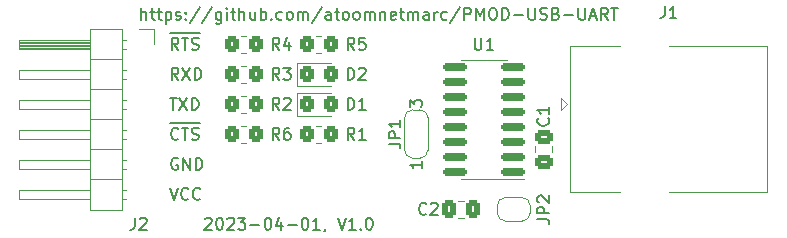
<source format=gto>
G04 #@! TF.GenerationSoftware,KiCad,Pcbnew,7.0.1*
G04 #@! TF.CreationDate,2023-04-01T18:17:03+02:00*
G04 #@! TF.ProjectId,PMOD USB UART,504d4f44-2055-4534-9220-554152542e6b,V1.0*
G04 #@! TF.SameCoordinates,Original*
G04 #@! TF.FileFunction,Legend,Top*
G04 #@! TF.FilePolarity,Positive*
%FSLAX46Y46*%
G04 Gerber Fmt 4.6, Leading zero omitted, Abs format (unit mm)*
G04 Created by KiCad (PCBNEW 7.0.1) date 2023-04-01 18:17:03*
%MOMM*%
%LPD*%
G01*
G04 APERTURE LIST*
G04 Aperture macros list*
%AMRoundRect*
0 Rectangle with rounded corners*
0 $1 Rounding radius*
0 $2 $3 $4 $5 $6 $7 $8 $9 X,Y pos of 4 corners*
0 Add a 4 corners polygon primitive as box body*
4,1,4,$2,$3,$4,$5,$6,$7,$8,$9,$2,$3,0*
0 Add four circle primitives for the rounded corners*
1,1,$1+$1,$2,$3*
1,1,$1+$1,$4,$5*
1,1,$1+$1,$6,$7*
1,1,$1+$1,$8,$9*
0 Add four rect primitives between the rounded corners*
20,1,$1+$1,$2,$3,$4,$5,0*
20,1,$1+$1,$4,$5,$6,$7,0*
20,1,$1+$1,$6,$7,$8,$9,0*
20,1,$1+$1,$8,$9,$2,$3,0*%
%AMFreePoly0*
4,1,19,0.550000,-0.750000,0.000000,-0.750000,0.000000,-0.744911,-0.071157,-0.744911,-0.207708,-0.704816,-0.327430,-0.627875,-0.420627,-0.520320,-0.479746,-0.390866,-0.500000,-0.250000,-0.500000,0.250000,-0.479746,0.390866,-0.420627,0.520320,-0.327430,0.627875,-0.207708,0.704816,-0.071157,0.744911,0.000000,0.744911,0.000000,0.750000,0.550000,0.750000,0.550000,-0.750000,0.550000,-0.750000,
$1*%
%AMFreePoly1*
4,1,19,0.000000,0.744911,0.071157,0.744911,0.207708,0.704816,0.327430,0.627875,0.420627,0.520320,0.479746,0.390866,0.500000,0.250000,0.500000,-0.250000,0.479746,-0.390866,0.420627,-0.520320,0.327430,-0.627875,0.207708,-0.704816,0.071157,-0.744911,0.000000,-0.744911,0.000000,-0.750000,-0.550000,-0.750000,-0.550000,0.750000,0.000000,0.750000,0.000000,0.744911,0.000000,0.744911,
$1*%
%AMFreePoly2*
4,1,19,0.500000,-0.750000,0.000000,-0.750000,0.000000,-0.744911,-0.071157,-0.744911,-0.207708,-0.704816,-0.327430,-0.627875,-0.420627,-0.520320,-0.479746,-0.390866,-0.500000,-0.250000,-0.500000,0.250000,-0.479746,0.390866,-0.420627,0.520320,-0.327430,0.627875,-0.207708,0.704816,-0.071157,0.744911,0.000000,0.744911,0.000000,0.750000,0.500000,0.750000,0.500000,-0.750000,0.500000,-0.750000,
$1*%
%AMFreePoly3*
4,1,19,0.000000,0.744911,0.071157,0.744911,0.207708,0.704816,0.327430,0.627875,0.420627,0.520320,0.479746,0.390866,0.500000,0.250000,0.500000,-0.250000,0.479746,-0.390866,0.420627,-0.520320,0.327430,-0.627875,0.207708,-0.704816,0.071157,-0.744911,0.000000,-0.744911,0.000000,-0.750000,-0.500000,-0.750000,-0.500000,0.750000,0.000000,0.750000,0.000000,0.744911,0.000000,0.744911,
$1*%
G04 Aperture macros list end*
%ADD10C,0.150000*%
%ADD11C,0.120000*%
%ADD12RoundRect,0.250000X0.350000X0.450000X-0.350000X0.450000X-0.350000X-0.450000X0.350000X-0.450000X0*%
%ADD13RoundRect,0.150000X0.825000X0.150000X-0.825000X0.150000X-0.825000X-0.150000X0.825000X-0.150000X0*%
%ADD14R,1.700000X1.700000*%
%ADD15O,1.700000X1.700000*%
%ADD16RoundRect,0.250000X-0.325000X-0.450000X0.325000X-0.450000X0.325000X0.450000X-0.325000X0.450000X0*%
%ADD17RoundRect,0.250000X0.337500X0.475000X-0.337500X0.475000X-0.337500X-0.475000X0.337500X-0.475000X0*%
%ADD18C,1.700000*%
%ADD19C,3.500000*%
%ADD20RoundRect,0.250000X-0.350000X-0.450000X0.350000X-0.450000X0.350000X0.450000X-0.350000X0.450000X0*%
%ADD21FreePoly0,90.000000*%
%ADD22R,1.500000X1.000000*%
%ADD23FreePoly1,90.000000*%
%ADD24RoundRect,0.250000X-0.475000X0.337500X-0.475000X-0.337500X0.475000X-0.337500X0.475000X0.337500X0*%
%ADD25FreePoly2,180.000000*%
%ADD26FreePoly3,180.000000*%
G04 APERTURE END LIST*
D10*
X104235238Y-106142619D02*
X104806666Y-106142619D01*
X104520952Y-107142619D02*
X104520952Y-106142619D01*
X105044762Y-106142619D02*
X105711428Y-107142619D01*
X105711428Y-106142619D02*
X105044762Y-107142619D01*
X106092381Y-107142619D02*
X106092381Y-106142619D01*
X106092381Y-106142619D02*
X106330476Y-106142619D01*
X106330476Y-106142619D02*
X106473333Y-106190238D01*
X106473333Y-106190238D02*
X106568571Y-106285476D01*
X106568571Y-106285476D02*
X106616190Y-106380714D01*
X106616190Y-106380714D02*
X106663809Y-106571190D01*
X106663809Y-106571190D02*
X106663809Y-106714047D01*
X106663809Y-106714047D02*
X106616190Y-106904523D01*
X106616190Y-106904523D02*
X106568571Y-106999761D01*
X106568571Y-106999761D02*
X106473333Y-107095000D01*
X106473333Y-107095000D02*
X106330476Y-107142619D01*
X106330476Y-107142619D02*
X106092381Y-107142619D01*
X107204762Y-116397857D02*
X107252381Y-116350238D01*
X107252381Y-116350238D02*
X107347619Y-116302619D01*
X107347619Y-116302619D02*
X107585714Y-116302619D01*
X107585714Y-116302619D02*
X107680952Y-116350238D01*
X107680952Y-116350238D02*
X107728571Y-116397857D01*
X107728571Y-116397857D02*
X107776190Y-116493095D01*
X107776190Y-116493095D02*
X107776190Y-116588333D01*
X107776190Y-116588333D02*
X107728571Y-116731190D01*
X107728571Y-116731190D02*
X107157143Y-117302619D01*
X107157143Y-117302619D02*
X107776190Y-117302619D01*
X108395238Y-116302619D02*
X108490476Y-116302619D01*
X108490476Y-116302619D02*
X108585714Y-116350238D01*
X108585714Y-116350238D02*
X108633333Y-116397857D01*
X108633333Y-116397857D02*
X108680952Y-116493095D01*
X108680952Y-116493095D02*
X108728571Y-116683571D01*
X108728571Y-116683571D02*
X108728571Y-116921666D01*
X108728571Y-116921666D02*
X108680952Y-117112142D01*
X108680952Y-117112142D02*
X108633333Y-117207380D01*
X108633333Y-117207380D02*
X108585714Y-117255000D01*
X108585714Y-117255000D02*
X108490476Y-117302619D01*
X108490476Y-117302619D02*
X108395238Y-117302619D01*
X108395238Y-117302619D02*
X108300000Y-117255000D01*
X108300000Y-117255000D02*
X108252381Y-117207380D01*
X108252381Y-117207380D02*
X108204762Y-117112142D01*
X108204762Y-117112142D02*
X108157143Y-116921666D01*
X108157143Y-116921666D02*
X108157143Y-116683571D01*
X108157143Y-116683571D02*
X108204762Y-116493095D01*
X108204762Y-116493095D02*
X108252381Y-116397857D01*
X108252381Y-116397857D02*
X108300000Y-116350238D01*
X108300000Y-116350238D02*
X108395238Y-116302619D01*
X109109524Y-116397857D02*
X109157143Y-116350238D01*
X109157143Y-116350238D02*
X109252381Y-116302619D01*
X109252381Y-116302619D02*
X109490476Y-116302619D01*
X109490476Y-116302619D02*
X109585714Y-116350238D01*
X109585714Y-116350238D02*
X109633333Y-116397857D01*
X109633333Y-116397857D02*
X109680952Y-116493095D01*
X109680952Y-116493095D02*
X109680952Y-116588333D01*
X109680952Y-116588333D02*
X109633333Y-116731190D01*
X109633333Y-116731190D02*
X109061905Y-117302619D01*
X109061905Y-117302619D02*
X109680952Y-117302619D01*
X110014286Y-116302619D02*
X110633333Y-116302619D01*
X110633333Y-116302619D02*
X110300000Y-116683571D01*
X110300000Y-116683571D02*
X110442857Y-116683571D01*
X110442857Y-116683571D02*
X110538095Y-116731190D01*
X110538095Y-116731190D02*
X110585714Y-116778809D01*
X110585714Y-116778809D02*
X110633333Y-116874047D01*
X110633333Y-116874047D02*
X110633333Y-117112142D01*
X110633333Y-117112142D02*
X110585714Y-117207380D01*
X110585714Y-117207380D02*
X110538095Y-117255000D01*
X110538095Y-117255000D02*
X110442857Y-117302619D01*
X110442857Y-117302619D02*
X110157143Y-117302619D01*
X110157143Y-117302619D02*
X110061905Y-117255000D01*
X110061905Y-117255000D02*
X110014286Y-117207380D01*
X111061905Y-116921666D02*
X111823810Y-116921666D01*
X112490476Y-116302619D02*
X112585714Y-116302619D01*
X112585714Y-116302619D02*
X112680952Y-116350238D01*
X112680952Y-116350238D02*
X112728571Y-116397857D01*
X112728571Y-116397857D02*
X112776190Y-116493095D01*
X112776190Y-116493095D02*
X112823809Y-116683571D01*
X112823809Y-116683571D02*
X112823809Y-116921666D01*
X112823809Y-116921666D02*
X112776190Y-117112142D01*
X112776190Y-117112142D02*
X112728571Y-117207380D01*
X112728571Y-117207380D02*
X112680952Y-117255000D01*
X112680952Y-117255000D02*
X112585714Y-117302619D01*
X112585714Y-117302619D02*
X112490476Y-117302619D01*
X112490476Y-117302619D02*
X112395238Y-117255000D01*
X112395238Y-117255000D02*
X112347619Y-117207380D01*
X112347619Y-117207380D02*
X112300000Y-117112142D01*
X112300000Y-117112142D02*
X112252381Y-116921666D01*
X112252381Y-116921666D02*
X112252381Y-116683571D01*
X112252381Y-116683571D02*
X112300000Y-116493095D01*
X112300000Y-116493095D02*
X112347619Y-116397857D01*
X112347619Y-116397857D02*
X112395238Y-116350238D01*
X112395238Y-116350238D02*
X112490476Y-116302619D01*
X113680952Y-116635952D02*
X113680952Y-117302619D01*
X113442857Y-116255000D02*
X113204762Y-116969285D01*
X113204762Y-116969285D02*
X113823809Y-116969285D01*
X114204762Y-116921666D02*
X114966667Y-116921666D01*
X115633333Y-116302619D02*
X115728571Y-116302619D01*
X115728571Y-116302619D02*
X115823809Y-116350238D01*
X115823809Y-116350238D02*
X115871428Y-116397857D01*
X115871428Y-116397857D02*
X115919047Y-116493095D01*
X115919047Y-116493095D02*
X115966666Y-116683571D01*
X115966666Y-116683571D02*
X115966666Y-116921666D01*
X115966666Y-116921666D02*
X115919047Y-117112142D01*
X115919047Y-117112142D02*
X115871428Y-117207380D01*
X115871428Y-117207380D02*
X115823809Y-117255000D01*
X115823809Y-117255000D02*
X115728571Y-117302619D01*
X115728571Y-117302619D02*
X115633333Y-117302619D01*
X115633333Y-117302619D02*
X115538095Y-117255000D01*
X115538095Y-117255000D02*
X115490476Y-117207380D01*
X115490476Y-117207380D02*
X115442857Y-117112142D01*
X115442857Y-117112142D02*
X115395238Y-116921666D01*
X115395238Y-116921666D02*
X115395238Y-116683571D01*
X115395238Y-116683571D02*
X115442857Y-116493095D01*
X115442857Y-116493095D02*
X115490476Y-116397857D01*
X115490476Y-116397857D02*
X115538095Y-116350238D01*
X115538095Y-116350238D02*
X115633333Y-116302619D01*
X116919047Y-117302619D02*
X116347619Y-117302619D01*
X116633333Y-117302619D02*
X116633333Y-116302619D01*
X116633333Y-116302619D02*
X116538095Y-116445476D01*
X116538095Y-116445476D02*
X116442857Y-116540714D01*
X116442857Y-116540714D02*
X116347619Y-116588333D01*
X117395238Y-117255000D02*
X117395238Y-117302619D01*
X117395238Y-117302619D02*
X117347619Y-117397857D01*
X117347619Y-117397857D02*
X117300000Y-117445476D01*
X118442857Y-116302619D02*
X118776190Y-117302619D01*
X118776190Y-117302619D02*
X119109523Y-116302619D01*
X119966666Y-117302619D02*
X119395238Y-117302619D01*
X119680952Y-117302619D02*
X119680952Y-116302619D01*
X119680952Y-116302619D02*
X119585714Y-116445476D01*
X119585714Y-116445476D02*
X119490476Y-116540714D01*
X119490476Y-116540714D02*
X119395238Y-116588333D01*
X120395238Y-117207380D02*
X120442857Y-117255000D01*
X120442857Y-117255000D02*
X120395238Y-117302619D01*
X120395238Y-117302619D02*
X120347619Y-117255000D01*
X120347619Y-117255000D02*
X120395238Y-117207380D01*
X120395238Y-117207380D02*
X120395238Y-117302619D01*
X121061904Y-116302619D02*
X121157142Y-116302619D01*
X121157142Y-116302619D02*
X121252380Y-116350238D01*
X121252380Y-116350238D02*
X121299999Y-116397857D01*
X121299999Y-116397857D02*
X121347618Y-116493095D01*
X121347618Y-116493095D02*
X121395237Y-116683571D01*
X121395237Y-116683571D02*
X121395237Y-116921666D01*
X121395237Y-116921666D02*
X121347618Y-117112142D01*
X121347618Y-117112142D02*
X121299999Y-117207380D01*
X121299999Y-117207380D02*
X121252380Y-117255000D01*
X121252380Y-117255000D02*
X121157142Y-117302619D01*
X121157142Y-117302619D02*
X121061904Y-117302619D01*
X121061904Y-117302619D02*
X120966666Y-117255000D01*
X120966666Y-117255000D02*
X120919047Y-117207380D01*
X120919047Y-117207380D02*
X120871428Y-117112142D01*
X120871428Y-117112142D02*
X120823809Y-116921666D01*
X120823809Y-116921666D02*
X120823809Y-116683571D01*
X120823809Y-116683571D02*
X120871428Y-116493095D01*
X120871428Y-116493095D02*
X120919047Y-116397857D01*
X120919047Y-116397857D02*
X120966666Y-116350238D01*
X120966666Y-116350238D02*
X121061904Y-116302619D01*
X104949523Y-102062619D02*
X104616190Y-101586428D01*
X104378095Y-102062619D02*
X104378095Y-101062619D01*
X104378095Y-101062619D02*
X104759047Y-101062619D01*
X104759047Y-101062619D02*
X104854285Y-101110238D01*
X104854285Y-101110238D02*
X104901904Y-101157857D01*
X104901904Y-101157857D02*
X104949523Y-101253095D01*
X104949523Y-101253095D02*
X104949523Y-101395952D01*
X104949523Y-101395952D02*
X104901904Y-101491190D01*
X104901904Y-101491190D02*
X104854285Y-101538809D01*
X104854285Y-101538809D02*
X104759047Y-101586428D01*
X104759047Y-101586428D02*
X104378095Y-101586428D01*
X105235238Y-101062619D02*
X105806666Y-101062619D01*
X105520952Y-102062619D02*
X105520952Y-101062619D01*
X106092381Y-102015000D02*
X106235238Y-102062619D01*
X106235238Y-102062619D02*
X106473333Y-102062619D01*
X106473333Y-102062619D02*
X106568571Y-102015000D01*
X106568571Y-102015000D02*
X106616190Y-101967380D01*
X106616190Y-101967380D02*
X106663809Y-101872142D01*
X106663809Y-101872142D02*
X106663809Y-101776904D01*
X106663809Y-101776904D02*
X106616190Y-101681666D01*
X106616190Y-101681666D02*
X106568571Y-101634047D01*
X106568571Y-101634047D02*
X106473333Y-101586428D01*
X106473333Y-101586428D02*
X106282857Y-101538809D01*
X106282857Y-101538809D02*
X106187619Y-101491190D01*
X106187619Y-101491190D02*
X106140000Y-101443571D01*
X106140000Y-101443571D02*
X106092381Y-101348333D01*
X106092381Y-101348333D02*
X106092381Y-101253095D01*
X106092381Y-101253095D02*
X106140000Y-101157857D01*
X106140000Y-101157857D02*
X106187619Y-101110238D01*
X106187619Y-101110238D02*
X106282857Y-101062619D01*
X106282857Y-101062619D02*
X106520952Y-101062619D01*
X106520952Y-101062619D02*
X106663809Y-101110238D01*
X104240000Y-100615000D02*
X106754286Y-100615000D01*
X101824761Y-99522619D02*
X101824761Y-98522619D01*
X102253332Y-99522619D02*
X102253332Y-98998809D01*
X102253332Y-98998809D02*
X102205713Y-98903571D01*
X102205713Y-98903571D02*
X102110475Y-98855952D01*
X102110475Y-98855952D02*
X101967618Y-98855952D01*
X101967618Y-98855952D02*
X101872380Y-98903571D01*
X101872380Y-98903571D02*
X101824761Y-98951190D01*
X102586666Y-98855952D02*
X102967618Y-98855952D01*
X102729523Y-98522619D02*
X102729523Y-99379761D01*
X102729523Y-99379761D02*
X102777142Y-99475000D01*
X102777142Y-99475000D02*
X102872380Y-99522619D01*
X102872380Y-99522619D02*
X102967618Y-99522619D01*
X103158095Y-98855952D02*
X103539047Y-98855952D01*
X103300952Y-98522619D02*
X103300952Y-99379761D01*
X103300952Y-99379761D02*
X103348571Y-99475000D01*
X103348571Y-99475000D02*
X103443809Y-99522619D01*
X103443809Y-99522619D02*
X103539047Y-99522619D01*
X103872381Y-98855952D02*
X103872381Y-99855952D01*
X103872381Y-98903571D02*
X103967619Y-98855952D01*
X103967619Y-98855952D02*
X104158095Y-98855952D01*
X104158095Y-98855952D02*
X104253333Y-98903571D01*
X104253333Y-98903571D02*
X104300952Y-98951190D01*
X104300952Y-98951190D02*
X104348571Y-99046428D01*
X104348571Y-99046428D02*
X104348571Y-99332142D01*
X104348571Y-99332142D02*
X104300952Y-99427380D01*
X104300952Y-99427380D02*
X104253333Y-99475000D01*
X104253333Y-99475000D02*
X104158095Y-99522619D01*
X104158095Y-99522619D02*
X103967619Y-99522619D01*
X103967619Y-99522619D02*
X103872381Y-99475000D01*
X104729524Y-99475000D02*
X104824762Y-99522619D01*
X104824762Y-99522619D02*
X105015238Y-99522619D01*
X105015238Y-99522619D02*
X105110476Y-99475000D01*
X105110476Y-99475000D02*
X105158095Y-99379761D01*
X105158095Y-99379761D02*
X105158095Y-99332142D01*
X105158095Y-99332142D02*
X105110476Y-99236904D01*
X105110476Y-99236904D02*
X105015238Y-99189285D01*
X105015238Y-99189285D02*
X104872381Y-99189285D01*
X104872381Y-99189285D02*
X104777143Y-99141666D01*
X104777143Y-99141666D02*
X104729524Y-99046428D01*
X104729524Y-99046428D02*
X104729524Y-98998809D01*
X104729524Y-98998809D02*
X104777143Y-98903571D01*
X104777143Y-98903571D02*
X104872381Y-98855952D01*
X104872381Y-98855952D02*
X105015238Y-98855952D01*
X105015238Y-98855952D02*
X105110476Y-98903571D01*
X105586667Y-99427380D02*
X105634286Y-99475000D01*
X105634286Y-99475000D02*
X105586667Y-99522619D01*
X105586667Y-99522619D02*
X105539048Y-99475000D01*
X105539048Y-99475000D02*
X105586667Y-99427380D01*
X105586667Y-99427380D02*
X105586667Y-99522619D01*
X105586667Y-98903571D02*
X105634286Y-98951190D01*
X105634286Y-98951190D02*
X105586667Y-98998809D01*
X105586667Y-98998809D02*
X105539048Y-98951190D01*
X105539048Y-98951190D02*
X105586667Y-98903571D01*
X105586667Y-98903571D02*
X105586667Y-98998809D01*
X106777142Y-98475000D02*
X105920000Y-99760714D01*
X107824761Y-98475000D02*
X106967619Y-99760714D01*
X108586666Y-98855952D02*
X108586666Y-99665476D01*
X108586666Y-99665476D02*
X108539047Y-99760714D01*
X108539047Y-99760714D02*
X108491428Y-99808333D01*
X108491428Y-99808333D02*
X108396190Y-99855952D01*
X108396190Y-99855952D02*
X108253333Y-99855952D01*
X108253333Y-99855952D02*
X108158095Y-99808333D01*
X108586666Y-99475000D02*
X108491428Y-99522619D01*
X108491428Y-99522619D02*
X108300952Y-99522619D01*
X108300952Y-99522619D02*
X108205714Y-99475000D01*
X108205714Y-99475000D02*
X108158095Y-99427380D01*
X108158095Y-99427380D02*
X108110476Y-99332142D01*
X108110476Y-99332142D02*
X108110476Y-99046428D01*
X108110476Y-99046428D02*
X108158095Y-98951190D01*
X108158095Y-98951190D02*
X108205714Y-98903571D01*
X108205714Y-98903571D02*
X108300952Y-98855952D01*
X108300952Y-98855952D02*
X108491428Y-98855952D01*
X108491428Y-98855952D02*
X108586666Y-98903571D01*
X109062857Y-99522619D02*
X109062857Y-98855952D01*
X109062857Y-98522619D02*
X109015238Y-98570238D01*
X109015238Y-98570238D02*
X109062857Y-98617857D01*
X109062857Y-98617857D02*
X109110476Y-98570238D01*
X109110476Y-98570238D02*
X109062857Y-98522619D01*
X109062857Y-98522619D02*
X109062857Y-98617857D01*
X109396190Y-98855952D02*
X109777142Y-98855952D01*
X109539047Y-98522619D02*
X109539047Y-99379761D01*
X109539047Y-99379761D02*
X109586666Y-99475000D01*
X109586666Y-99475000D02*
X109681904Y-99522619D01*
X109681904Y-99522619D02*
X109777142Y-99522619D01*
X110110476Y-99522619D02*
X110110476Y-98522619D01*
X110539047Y-99522619D02*
X110539047Y-98998809D01*
X110539047Y-98998809D02*
X110491428Y-98903571D01*
X110491428Y-98903571D02*
X110396190Y-98855952D01*
X110396190Y-98855952D02*
X110253333Y-98855952D01*
X110253333Y-98855952D02*
X110158095Y-98903571D01*
X110158095Y-98903571D02*
X110110476Y-98951190D01*
X111443809Y-98855952D02*
X111443809Y-99522619D01*
X111015238Y-98855952D02*
X111015238Y-99379761D01*
X111015238Y-99379761D02*
X111062857Y-99475000D01*
X111062857Y-99475000D02*
X111158095Y-99522619D01*
X111158095Y-99522619D02*
X111300952Y-99522619D01*
X111300952Y-99522619D02*
X111396190Y-99475000D01*
X111396190Y-99475000D02*
X111443809Y-99427380D01*
X111920000Y-99522619D02*
X111920000Y-98522619D01*
X111920000Y-98903571D02*
X112015238Y-98855952D01*
X112015238Y-98855952D02*
X112205714Y-98855952D01*
X112205714Y-98855952D02*
X112300952Y-98903571D01*
X112300952Y-98903571D02*
X112348571Y-98951190D01*
X112348571Y-98951190D02*
X112396190Y-99046428D01*
X112396190Y-99046428D02*
X112396190Y-99332142D01*
X112396190Y-99332142D02*
X112348571Y-99427380D01*
X112348571Y-99427380D02*
X112300952Y-99475000D01*
X112300952Y-99475000D02*
X112205714Y-99522619D01*
X112205714Y-99522619D02*
X112015238Y-99522619D01*
X112015238Y-99522619D02*
X111920000Y-99475000D01*
X112824762Y-99427380D02*
X112872381Y-99475000D01*
X112872381Y-99475000D02*
X112824762Y-99522619D01*
X112824762Y-99522619D02*
X112777143Y-99475000D01*
X112777143Y-99475000D02*
X112824762Y-99427380D01*
X112824762Y-99427380D02*
X112824762Y-99522619D01*
X113729523Y-99475000D02*
X113634285Y-99522619D01*
X113634285Y-99522619D02*
X113443809Y-99522619D01*
X113443809Y-99522619D02*
X113348571Y-99475000D01*
X113348571Y-99475000D02*
X113300952Y-99427380D01*
X113300952Y-99427380D02*
X113253333Y-99332142D01*
X113253333Y-99332142D02*
X113253333Y-99046428D01*
X113253333Y-99046428D02*
X113300952Y-98951190D01*
X113300952Y-98951190D02*
X113348571Y-98903571D01*
X113348571Y-98903571D02*
X113443809Y-98855952D01*
X113443809Y-98855952D02*
X113634285Y-98855952D01*
X113634285Y-98855952D02*
X113729523Y-98903571D01*
X114300952Y-99522619D02*
X114205714Y-99475000D01*
X114205714Y-99475000D02*
X114158095Y-99427380D01*
X114158095Y-99427380D02*
X114110476Y-99332142D01*
X114110476Y-99332142D02*
X114110476Y-99046428D01*
X114110476Y-99046428D02*
X114158095Y-98951190D01*
X114158095Y-98951190D02*
X114205714Y-98903571D01*
X114205714Y-98903571D02*
X114300952Y-98855952D01*
X114300952Y-98855952D02*
X114443809Y-98855952D01*
X114443809Y-98855952D02*
X114539047Y-98903571D01*
X114539047Y-98903571D02*
X114586666Y-98951190D01*
X114586666Y-98951190D02*
X114634285Y-99046428D01*
X114634285Y-99046428D02*
X114634285Y-99332142D01*
X114634285Y-99332142D02*
X114586666Y-99427380D01*
X114586666Y-99427380D02*
X114539047Y-99475000D01*
X114539047Y-99475000D02*
X114443809Y-99522619D01*
X114443809Y-99522619D02*
X114300952Y-99522619D01*
X115062857Y-99522619D02*
X115062857Y-98855952D01*
X115062857Y-98951190D02*
X115110476Y-98903571D01*
X115110476Y-98903571D02*
X115205714Y-98855952D01*
X115205714Y-98855952D02*
X115348571Y-98855952D01*
X115348571Y-98855952D02*
X115443809Y-98903571D01*
X115443809Y-98903571D02*
X115491428Y-98998809D01*
X115491428Y-98998809D02*
X115491428Y-99522619D01*
X115491428Y-98998809D02*
X115539047Y-98903571D01*
X115539047Y-98903571D02*
X115634285Y-98855952D01*
X115634285Y-98855952D02*
X115777142Y-98855952D01*
X115777142Y-98855952D02*
X115872381Y-98903571D01*
X115872381Y-98903571D02*
X115920000Y-98998809D01*
X115920000Y-98998809D02*
X115920000Y-99522619D01*
X117110475Y-98475000D02*
X116253333Y-99760714D01*
X117872380Y-99522619D02*
X117872380Y-98998809D01*
X117872380Y-98998809D02*
X117824761Y-98903571D01*
X117824761Y-98903571D02*
X117729523Y-98855952D01*
X117729523Y-98855952D02*
X117539047Y-98855952D01*
X117539047Y-98855952D02*
X117443809Y-98903571D01*
X117872380Y-99475000D02*
X117777142Y-99522619D01*
X117777142Y-99522619D02*
X117539047Y-99522619D01*
X117539047Y-99522619D02*
X117443809Y-99475000D01*
X117443809Y-99475000D02*
X117396190Y-99379761D01*
X117396190Y-99379761D02*
X117396190Y-99284523D01*
X117396190Y-99284523D02*
X117443809Y-99189285D01*
X117443809Y-99189285D02*
X117539047Y-99141666D01*
X117539047Y-99141666D02*
X117777142Y-99141666D01*
X117777142Y-99141666D02*
X117872380Y-99094047D01*
X118205714Y-98855952D02*
X118586666Y-98855952D01*
X118348571Y-98522619D02*
X118348571Y-99379761D01*
X118348571Y-99379761D02*
X118396190Y-99475000D01*
X118396190Y-99475000D02*
X118491428Y-99522619D01*
X118491428Y-99522619D02*
X118586666Y-99522619D01*
X119062857Y-99522619D02*
X118967619Y-99475000D01*
X118967619Y-99475000D02*
X118920000Y-99427380D01*
X118920000Y-99427380D02*
X118872381Y-99332142D01*
X118872381Y-99332142D02*
X118872381Y-99046428D01*
X118872381Y-99046428D02*
X118920000Y-98951190D01*
X118920000Y-98951190D02*
X118967619Y-98903571D01*
X118967619Y-98903571D02*
X119062857Y-98855952D01*
X119062857Y-98855952D02*
X119205714Y-98855952D01*
X119205714Y-98855952D02*
X119300952Y-98903571D01*
X119300952Y-98903571D02*
X119348571Y-98951190D01*
X119348571Y-98951190D02*
X119396190Y-99046428D01*
X119396190Y-99046428D02*
X119396190Y-99332142D01*
X119396190Y-99332142D02*
X119348571Y-99427380D01*
X119348571Y-99427380D02*
X119300952Y-99475000D01*
X119300952Y-99475000D02*
X119205714Y-99522619D01*
X119205714Y-99522619D02*
X119062857Y-99522619D01*
X119967619Y-99522619D02*
X119872381Y-99475000D01*
X119872381Y-99475000D02*
X119824762Y-99427380D01*
X119824762Y-99427380D02*
X119777143Y-99332142D01*
X119777143Y-99332142D02*
X119777143Y-99046428D01*
X119777143Y-99046428D02*
X119824762Y-98951190D01*
X119824762Y-98951190D02*
X119872381Y-98903571D01*
X119872381Y-98903571D02*
X119967619Y-98855952D01*
X119967619Y-98855952D02*
X120110476Y-98855952D01*
X120110476Y-98855952D02*
X120205714Y-98903571D01*
X120205714Y-98903571D02*
X120253333Y-98951190D01*
X120253333Y-98951190D02*
X120300952Y-99046428D01*
X120300952Y-99046428D02*
X120300952Y-99332142D01*
X120300952Y-99332142D02*
X120253333Y-99427380D01*
X120253333Y-99427380D02*
X120205714Y-99475000D01*
X120205714Y-99475000D02*
X120110476Y-99522619D01*
X120110476Y-99522619D02*
X119967619Y-99522619D01*
X120729524Y-99522619D02*
X120729524Y-98855952D01*
X120729524Y-98951190D02*
X120777143Y-98903571D01*
X120777143Y-98903571D02*
X120872381Y-98855952D01*
X120872381Y-98855952D02*
X121015238Y-98855952D01*
X121015238Y-98855952D02*
X121110476Y-98903571D01*
X121110476Y-98903571D02*
X121158095Y-98998809D01*
X121158095Y-98998809D02*
X121158095Y-99522619D01*
X121158095Y-98998809D02*
X121205714Y-98903571D01*
X121205714Y-98903571D02*
X121300952Y-98855952D01*
X121300952Y-98855952D02*
X121443809Y-98855952D01*
X121443809Y-98855952D02*
X121539048Y-98903571D01*
X121539048Y-98903571D02*
X121586667Y-98998809D01*
X121586667Y-98998809D02*
X121586667Y-99522619D01*
X122062857Y-98855952D02*
X122062857Y-99522619D01*
X122062857Y-98951190D02*
X122110476Y-98903571D01*
X122110476Y-98903571D02*
X122205714Y-98855952D01*
X122205714Y-98855952D02*
X122348571Y-98855952D01*
X122348571Y-98855952D02*
X122443809Y-98903571D01*
X122443809Y-98903571D02*
X122491428Y-98998809D01*
X122491428Y-98998809D02*
X122491428Y-99522619D01*
X123348571Y-99475000D02*
X123253333Y-99522619D01*
X123253333Y-99522619D02*
X123062857Y-99522619D01*
X123062857Y-99522619D02*
X122967619Y-99475000D01*
X122967619Y-99475000D02*
X122920000Y-99379761D01*
X122920000Y-99379761D02*
X122920000Y-98998809D01*
X122920000Y-98998809D02*
X122967619Y-98903571D01*
X122967619Y-98903571D02*
X123062857Y-98855952D01*
X123062857Y-98855952D02*
X123253333Y-98855952D01*
X123253333Y-98855952D02*
X123348571Y-98903571D01*
X123348571Y-98903571D02*
X123396190Y-98998809D01*
X123396190Y-98998809D02*
X123396190Y-99094047D01*
X123396190Y-99094047D02*
X122920000Y-99189285D01*
X123681905Y-98855952D02*
X124062857Y-98855952D01*
X123824762Y-98522619D02*
X123824762Y-99379761D01*
X123824762Y-99379761D02*
X123872381Y-99475000D01*
X123872381Y-99475000D02*
X123967619Y-99522619D01*
X123967619Y-99522619D02*
X124062857Y-99522619D01*
X124396191Y-99522619D02*
X124396191Y-98855952D01*
X124396191Y-98951190D02*
X124443810Y-98903571D01*
X124443810Y-98903571D02*
X124539048Y-98855952D01*
X124539048Y-98855952D02*
X124681905Y-98855952D01*
X124681905Y-98855952D02*
X124777143Y-98903571D01*
X124777143Y-98903571D02*
X124824762Y-98998809D01*
X124824762Y-98998809D02*
X124824762Y-99522619D01*
X124824762Y-98998809D02*
X124872381Y-98903571D01*
X124872381Y-98903571D02*
X124967619Y-98855952D01*
X124967619Y-98855952D02*
X125110476Y-98855952D01*
X125110476Y-98855952D02*
X125205715Y-98903571D01*
X125205715Y-98903571D02*
X125253334Y-98998809D01*
X125253334Y-98998809D02*
X125253334Y-99522619D01*
X126158095Y-99522619D02*
X126158095Y-98998809D01*
X126158095Y-98998809D02*
X126110476Y-98903571D01*
X126110476Y-98903571D02*
X126015238Y-98855952D01*
X126015238Y-98855952D02*
X125824762Y-98855952D01*
X125824762Y-98855952D02*
X125729524Y-98903571D01*
X126158095Y-99475000D02*
X126062857Y-99522619D01*
X126062857Y-99522619D02*
X125824762Y-99522619D01*
X125824762Y-99522619D02*
X125729524Y-99475000D01*
X125729524Y-99475000D02*
X125681905Y-99379761D01*
X125681905Y-99379761D02*
X125681905Y-99284523D01*
X125681905Y-99284523D02*
X125729524Y-99189285D01*
X125729524Y-99189285D02*
X125824762Y-99141666D01*
X125824762Y-99141666D02*
X126062857Y-99141666D01*
X126062857Y-99141666D02*
X126158095Y-99094047D01*
X126634286Y-99522619D02*
X126634286Y-98855952D01*
X126634286Y-99046428D02*
X126681905Y-98951190D01*
X126681905Y-98951190D02*
X126729524Y-98903571D01*
X126729524Y-98903571D02*
X126824762Y-98855952D01*
X126824762Y-98855952D02*
X126920000Y-98855952D01*
X127681905Y-99475000D02*
X127586667Y-99522619D01*
X127586667Y-99522619D02*
X127396191Y-99522619D01*
X127396191Y-99522619D02*
X127300953Y-99475000D01*
X127300953Y-99475000D02*
X127253334Y-99427380D01*
X127253334Y-99427380D02*
X127205715Y-99332142D01*
X127205715Y-99332142D02*
X127205715Y-99046428D01*
X127205715Y-99046428D02*
X127253334Y-98951190D01*
X127253334Y-98951190D02*
X127300953Y-98903571D01*
X127300953Y-98903571D02*
X127396191Y-98855952D01*
X127396191Y-98855952D02*
X127586667Y-98855952D01*
X127586667Y-98855952D02*
X127681905Y-98903571D01*
X128824762Y-98475000D02*
X127967620Y-99760714D01*
X129158096Y-99522619D02*
X129158096Y-98522619D01*
X129158096Y-98522619D02*
X129539048Y-98522619D01*
X129539048Y-98522619D02*
X129634286Y-98570238D01*
X129634286Y-98570238D02*
X129681905Y-98617857D01*
X129681905Y-98617857D02*
X129729524Y-98713095D01*
X129729524Y-98713095D02*
X129729524Y-98855952D01*
X129729524Y-98855952D02*
X129681905Y-98951190D01*
X129681905Y-98951190D02*
X129634286Y-98998809D01*
X129634286Y-98998809D02*
X129539048Y-99046428D01*
X129539048Y-99046428D02*
X129158096Y-99046428D01*
X130158096Y-99522619D02*
X130158096Y-98522619D01*
X130158096Y-98522619D02*
X130491429Y-99236904D01*
X130491429Y-99236904D02*
X130824762Y-98522619D01*
X130824762Y-98522619D02*
X130824762Y-99522619D01*
X131491429Y-98522619D02*
X131681905Y-98522619D01*
X131681905Y-98522619D02*
X131777143Y-98570238D01*
X131777143Y-98570238D02*
X131872381Y-98665476D01*
X131872381Y-98665476D02*
X131920000Y-98855952D01*
X131920000Y-98855952D02*
X131920000Y-99189285D01*
X131920000Y-99189285D02*
X131872381Y-99379761D01*
X131872381Y-99379761D02*
X131777143Y-99475000D01*
X131777143Y-99475000D02*
X131681905Y-99522619D01*
X131681905Y-99522619D02*
X131491429Y-99522619D01*
X131491429Y-99522619D02*
X131396191Y-99475000D01*
X131396191Y-99475000D02*
X131300953Y-99379761D01*
X131300953Y-99379761D02*
X131253334Y-99189285D01*
X131253334Y-99189285D02*
X131253334Y-98855952D01*
X131253334Y-98855952D02*
X131300953Y-98665476D01*
X131300953Y-98665476D02*
X131396191Y-98570238D01*
X131396191Y-98570238D02*
X131491429Y-98522619D01*
X132348572Y-99522619D02*
X132348572Y-98522619D01*
X132348572Y-98522619D02*
X132586667Y-98522619D01*
X132586667Y-98522619D02*
X132729524Y-98570238D01*
X132729524Y-98570238D02*
X132824762Y-98665476D01*
X132824762Y-98665476D02*
X132872381Y-98760714D01*
X132872381Y-98760714D02*
X132920000Y-98951190D01*
X132920000Y-98951190D02*
X132920000Y-99094047D01*
X132920000Y-99094047D02*
X132872381Y-99284523D01*
X132872381Y-99284523D02*
X132824762Y-99379761D01*
X132824762Y-99379761D02*
X132729524Y-99475000D01*
X132729524Y-99475000D02*
X132586667Y-99522619D01*
X132586667Y-99522619D02*
X132348572Y-99522619D01*
X133348572Y-99141666D02*
X134110477Y-99141666D01*
X134586667Y-98522619D02*
X134586667Y-99332142D01*
X134586667Y-99332142D02*
X134634286Y-99427380D01*
X134634286Y-99427380D02*
X134681905Y-99475000D01*
X134681905Y-99475000D02*
X134777143Y-99522619D01*
X134777143Y-99522619D02*
X134967619Y-99522619D01*
X134967619Y-99522619D02*
X135062857Y-99475000D01*
X135062857Y-99475000D02*
X135110476Y-99427380D01*
X135110476Y-99427380D02*
X135158095Y-99332142D01*
X135158095Y-99332142D02*
X135158095Y-98522619D01*
X135586667Y-99475000D02*
X135729524Y-99522619D01*
X135729524Y-99522619D02*
X135967619Y-99522619D01*
X135967619Y-99522619D02*
X136062857Y-99475000D01*
X136062857Y-99475000D02*
X136110476Y-99427380D01*
X136110476Y-99427380D02*
X136158095Y-99332142D01*
X136158095Y-99332142D02*
X136158095Y-99236904D01*
X136158095Y-99236904D02*
X136110476Y-99141666D01*
X136110476Y-99141666D02*
X136062857Y-99094047D01*
X136062857Y-99094047D02*
X135967619Y-99046428D01*
X135967619Y-99046428D02*
X135777143Y-98998809D01*
X135777143Y-98998809D02*
X135681905Y-98951190D01*
X135681905Y-98951190D02*
X135634286Y-98903571D01*
X135634286Y-98903571D02*
X135586667Y-98808333D01*
X135586667Y-98808333D02*
X135586667Y-98713095D01*
X135586667Y-98713095D02*
X135634286Y-98617857D01*
X135634286Y-98617857D02*
X135681905Y-98570238D01*
X135681905Y-98570238D02*
X135777143Y-98522619D01*
X135777143Y-98522619D02*
X136015238Y-98522619D01*
X136015238Y-98522619D02*
X136158095Y-98570238D01*
X136920000Y-98998809D02*
X137062857Y-99046428D01*
X137062857Y-99046428D02*
X137110476Y-99094047D01*
X137110476Y-99094047D02*
X137158095Y-99189285D01*
X137158095Y-99189285D02*
X137158095Y-99332142D01*
X137158095Y-99332142D02*
X137110476Y-99427380D01*
X137110476Y-99427380D02*
X137062857Y-99475000D01*
X137062857Y-99475000D02*
X136967619Y-99522619D01*
X136967619Y-99522619D02*
X136586667Y-99522619D01*
X136586667Y-99522619D02*
X136586667Y-98522619D01*
X136586667Y-98522619D02*
X136920000Y-98522619D01*
X136920000Y-98522619D02*
X137015238Y-98570238D01*
X137015238Y-98570238D02*
X137062857Y-98617857D01*
X137062857Y-98617857D02*
X137110476Y-98713095D01*
X137110476Y-98713095D02*
X137110476Y-98808333D01*
X137110476Y-98808333D02*
X137062857Y-98903571D01*
X137062857Y-98903571D02*
X137015238Y-98951190D01*
X137015238Y-98951190D02*
X136920000Y-98998809D01*
X136920000Y-98998809D02*
X136586667Y-98998809D01*
X137586667Y-99141666D02*
X138348572Y-99141666D01*
X138824762Y-98522619D02*
X138824762Y-99332142D01*
X138824762Y-99332142D02*
X138872381Y-99427380D01*
X138872381Y-99427380D02*
X138920000Y-99475000D01*
X138920000Y-99475000D02*
X139015238Y-99522619D01*
X139015238Y-99522619D02*
X139205714Y-99522619D01*
X139205714Y-99522619D02*
X139300952Y-99475000D01*
X139300952Y-99475000D02*
X139348571Y-99427380D01*
X139348571Y-99427380D02*
X139396190Y-99332142D01*
X139396190Y-99332142D02*
X139396190Y-98522619D01*
X139824762Y-99236904D02*
X140300952Y-99236904D01*
X139729524Y-99522619D02*
X140062857Y-98522619D01*
X140062857Y-98522619D02*
X140396190Y-99522619D01*
X141300952Y-99522619D02*
X140967619Y-99046428D01*
X140729524Y-99522619D02*
X140729524Y-98522619D01*
X140729524Y-98522619D02*
X141110476Y-98522619D01*
X141110476Y-98522619D02*
X141205714Y-98570238D01*
X141205714Y-98570238D02*
X141253333Y-98617857D01*
X141253333Y-98617857D02*
X141300952Y-98713095D01*
X141300952Y-98713095D02*
X141300952Y-98855952D01*
X141300952Y-98855952D02*
X141253333Y-98951190D01*
X141253333Y-98951190D02*
X141205714Y-98998809D01*
X141205714Y-98998809D02*
X141110476Y-99046428D01*
X141110476Y-99046428D02*
X140729524Y-99046428D01*
X141586667Y-98522619D02*
X142158095Y-98522619D01*
X141872381Y-99522619D02*
X141872381Y-98522619D01*
X104235238Y-113762619D02*
X104568571Y-114762619D01*
X104568571Y-114762619D02*
X104901904Y-113762619D01*
X105806666Y-114667380D02*
X105759047Y-114715000D01*
X105759047Y-114715000D02*
X105616190Y-114762619D01*
X105616190Y-114762619D02*
X105520952Y-114762619D01*
X105520952Y-114762619D02*
X105378095Y-114715000D01*
X105378095Y-114715000D02*
X105282857Y-114619761D01*
X105282857Y-114619761D02*
X105235238Y-114524523D01*
X105235238Y-114524523D02*
X105187619Y-114334047D01*
X105187619Y-114334047D02*
X105187619Y-114191190D01*
X105187619Y-114191190D02*
X105235238Y-114000714D01*
X105235238Y-114000714D02*
X105282857Y-113905476D01*
X105282857Y-113905476D02*
X105378095Y-113810238D01*
X105378095Y-113810238D02*
X105520952Y-113762619D01*
X105520952Y-113762619D02*
X105616190Y-113762619D01*
X105616190Y-113762619D02*
X105759047Y-113810238D01*
X105759047Y-113810238D02*
X105806666Y-113857857D01*
X106806666Y-114667380D02*
X106759047Y-114715000D01*
X106759047Y-114715000D02*
X106616190Y-114762619D01*
X106616190Y-114762619D02*
X106520952Y-114762619D01*
X106520952Y-114762619D02*
X106378095Y-114715000D01*
X106378095Y-114715000D02*
X106282857Y-114619761D01*
X106282857Y-114619761D02*
X106235238Y-114524523D01*
X106235238Y-114524523D02*
X106187619Y-114334047D01*
X106187619Y-114334047D02*
X106187619Y-114191190D01*
X106187619Y-114191190D02*
X106235238Y-114000714D01*
X106235238Y-114000714D02*
X106282857Y-113905476D01*
X106282857Y-113905476D02*
X106378095Y-113810238D01*
X106378095Y-113810238D02*
X106520952Y-113762619D01*
X106520952Y-113762619D02*
X106616190Y-113762619D01*
X106616190Y-113762619D02*
X106759047Y-113810238D01*
X106759047Y-113810238D02*
X106806666Y-113857857D01*
X104949523Y-109587380D02*
X104901904Y-109635000D01*
X104901904Y-109635000D02*
X104759047Y-109682619D01*
X104759047Y-109682619D02*
X104663809Y-109682619D01*
X104663809Y-109682619D02*
X104520952Y-109635000D01*
X104520952Y-109635000D02*
X104425714Y-109539761D01*
X104425714Y-109539761D02*
X104378095Y-109444523D01*
X104378095Y-109444523D02*
X104330476Y-109254047D01*
X104330476Y-109254047D02*
X104330476Y-109111190D01*
X104330476Y-109111190D02*
X104378095Y-108920714D01*
X104378095Y-108920714D02*
X104425714Y-108825476D01*
X104425714Y-108825476D02*
X104520952Y-108730238D01*
X104520952Y-108730238D02*
X104663809Y-108682619D01*
X104663809Y-108682619D02*
X104759047Y-108682619D01*
X104759047Y-108682619D02*
X104901904Y-108730238D01*
X104901904Y-108730238D02*
X104949523Y-108777857D01*
X105235238Y-108682619D02*
X105806666Y-108682619D01*
X105520952Y-109682619D02*
X105520952Y-108682619D01*
X106092381Y-109635000D02*
X106235238Y-109682619D01*
X106235238Y-109682619D02*
X106473333Y-109682619D01*
X106473333Y-109682619D02*
X106568571Y-109635000D01*
X106568571Y-109635000D02*
X106616190Y-109587380D01*
X106616190Y-109587380D02*
X106663809Y-109492142D01*
X106663809Y-109492142D02*
X106663809Y-109396904D01*
X106663809Y-109396904D02*
X106616190Y-109301666D01*
X106616190Y-109301666D02*
X106568571Y-109254047D01*
X106568571Y-109254047D02*
X106473333Y-109206428D01*
X106473333Y-109206428D02*
X106282857Y-109158809D01*
X106282857Y-109158809D02*
X106187619Y-109111190D01*
X106187619Y-109111190D02*
X106140000Y-109063571D01*
X106140000Y-109063571D02*
X106092381Y-108968333D01*
X106092381Y-108968333D02*
X106092381Y-108873095D01*
X106092381Y-108873095D02*
X106140000Y-108777857D01*
X106140000Y-108777857D02*
X106187619Y-108730238D01*
X106187619Y-108730238D02*
X106282857Y-108682619D01*
X106282857Y-108682619D02*
X106520952Y-108682619D01*
X106520952Y-108682619D02*
X106663809Y-108730238D01*
X104240000Y-108235000D02*
X106754286Y-108235000D01*
X104901904Y-111270238D02*
X104806666Y-111222619D01*
X104806666Y-111222619D02*
X104663809Y-111222619D01*
X104663809Y-111222619D02*
X104520952Y-111270238D01*
X104520952Y-111270238D02*
X104425714Y-111365476D01*
X104425714Y-111365476D02*
X104378095Y-111460714D01*
X104378095Y-111460714D02*
X104330476Y-111651190D01*
X104330476Y-111651190D02*
X104330476Y-111794047D01*
X104330476Y-111794047D02*
X104378095Y-111984523D01*
X104378095Y-111984523D02*
X104425714Y-112079761D01*
X104425714Y-112079761D02*
X104520952Y-112175000D01*
X104520952Y-112175000D02*
X104663809Y-112222619D01*
X104663809Y-112222619D02*
X104759047Y-112222619D01*
X104759047Y-112222619D02*
X104901904Y-112175000D01*
X104901904Y-112175000D02*
X104949523Y-112127380D01*
X104949523Y-112127380D02*
X104949523Y-111794047D01*
X104949523Y-111794047D02*
X104759047Y-111794047D01*
X105378095Y-112222619D02*
X105378095Y-111222619D01*
X105378095Y-111222619D02*
X105949523Y-112222619D01*
X105949523Y-112222619D02*
X105949523Y-111222619D01*
X106425714Y-112222619D02*
X106425714Y-111222619D01*
X106425714Y-111222619D02*
X106663809Y-111222619D01*
X106663809Y-111222619D02*
X106806666Y-111270238D01*
X106806666Y-111270238D02*
X106901904Y-111365476D01*
X106901904Y-111365476D02*
X106949523Y-111460714D01*
X106949523Y-111460714D02*
X106997142Y-111651190D01*
X106997142Y-111651190D02*
X106997142Y-111794047D01*
X106997142Y-111794047D02*
X106949523Y-111984523D01*
X106949523Y-111984523D02*
X106901904Y-112079761D01*
X106901904Y-112079761D02*
X106806666Y-112175000D01*
X106806666Y-112175000D02*
X106663809Y-112222619D01*
X106663809Y-112222619D02*
X106425714Y-112222619D01*
X104949523Y-104602619D02*
X104616190Y-104126428D01*
X104378095Y-104602619D02*
X104378095Y-103602619D01*
X104378095Y-103602619D02*
X104759047Y-103602619D01*
X104759047Y-103602619D02*
X104854285Y-103650238D01*
X104854285Y-103650238D02*
X104901904Y-103697857D01*
X104901904Y-103697857D02*
X104949523Y-103793095D01*
X104949523Y-103793095D02*
X104949523Y-103935952D01*
X104949523Y-103935952D02*
X104901904Y-104031190D01*
X104901904Y-104031190D02*
X104854285Y-104078809D01*
X104854285Y-104078809D02*
X104759047Y-104126428D01*
X104759047Y-104126428D02*
X104378095Y-104126428D01*
X105282857Y-103602619D02*
X105949523Y-104602619D01*
X105949523Y-103602619D02*
X105282857Y-104602619D01*
X106330476Y-104602619D02*
X106330476Y-103602619D01*
X106330476Y-103602619D02*
X106568571Y-103602619D01*
X106568571Y-103602619D02*
X106711428Y-103650238D01*
X106711428Y-103650238D02*
X106806666Y-103745476D01*
X106806666Y-103745476D02*
X106854285Y-103840714D01*
X106854285Y-103840714D02*
X106901904Y-104031190D01*
X106901904Y-104031190D02*
X106901904Y-104174047D01*
X106901904Y-104174047D02*
X106854285Y-104364523D01*
X106854285Y-104364523D02*
X106806666Y-104459761D01*
X106806666Y-104459761D02*
X106711428Y-104555000D01*
X106711428Y-104555000D02*
X106568571Y-104602619D01*
X106568571Y-104602619D02*
X106330476Y-104602619D01*
X113498333Y-102062619D02*
X113165000Y-101586428D01*
X112926905Y-102062619D02*
X112926905Y-101062619D01*
X112926905Y-101062619D02*
X113307857Y-101062619D01*
X113307857Y-101062619D02*
X113403095Y-101110238D01*
X113403095Y-101110238D02*
X113450714Y-101157857D01*
X113450714Y-101157857D02*
X113498333Y-101253095D01*
X113498333Y-101253095D02*
X113498333Y-101395952D01*
X113498333Y-101395952D02*
X113450714Y-101491190D01*
X113450714Y-101491190D02*
X113403095Y-101538809D01*
X113403095Y-101538809D02*
X113307857Y-101586428D01*
X113307857Y-101586428D02*
X112926905Y-101586428D01*
X114355476Y-101395952D02*
X114355476Y-102062619D01*
X114117381Y-101015000D02*
X113879286Y-101729285D01*
X113879286Y-101729285D02*
X114498333Y-101729285D01*
X130048095Y-101062619D02*
X130048095Y-101872142D01*
X130048095Y-101872142D02*
X130095714Y-101967380D01*
X130095714Y-101967380D02*
X130143333Y-102015000D01*
X130143333Y-102015000D02*
X130238571Y-102062619D01*
X130238571Y-102062619D02*
X130429047Y-102062619D01*
X130429047Y-102062619D02*
X130524285Y-102015000D01*
X130524285Y-102015000D02*
X130571904Y-101967380D01*
X130571904Y-101967380D02*
X130619523Y-101872142D01*
X130619523Y-101872142D02*
X130619523Y-101062619D01*
X131619523Y-102062619D02*
X131048095Y-102062619D01*
X131333809Y-102062619D02*
X131333809Y-101062619D01*
X131333809Y-101062619D02*
X131238571Y-101205476D01*
X131238571Y-101205476D02*
X131143333Y-101300714D01*
X131143333Y-101300714D02*
X131048095Y-101348333D01*
X101266666Y-116302619D02*
X101266666Y-117016904D01*
X101266666Y-117016904D02*
X101219047Y-117159761D01*
X101219047Y-117159761D02*
X101123809Y-117255000D01*
X101123809Y-117255000D02*
X100980952Y-117302619D01*
X100980952Y-117302619D02*
X100885714Y-117302619D01*
X101695238Y-116397857D02*
X101742857Y-116350238D01*
X101742857Y-116350238D02*
X101838095Y-116302619D01*
X101838095Y-116302619D02*
X102076190Y-116302619D01*
X102076190Y-116302619D02*
X102171428Y-116350238D01*
X102171428Y-116350238D02*
X102219047Y-116397857D01*
X102219047Y-116397857D02*
X102266666Y-116493095D01*
X102266666Y-116493095D02*
X102266666Y-116588333D01*
X102266666Y-116588333D02*
X102219047Y-116731190D01*
X102219047Y-116731190D02*
X101647619Y-117302619D01*
X101647619Y-117302619D02*
X102266666Y-117302619D01*
X113498333Y-107142619D02*
X113165000Y-106666428D01*
X112926905Y-107142619D02*
X112926905Y-106142619D01*
X112926905Y-106142619D02*
X113307857Y-106142619D01*
X113307857Y-106142619D02*
X113403095Y-106190238D01*
X113403095Y-106190238D02*
X113450714Y-106237857D01*
X113450714Y-106237857D02*
X113498333Y-106333095D01*
X113498333Y-106333095D02*
X113498333Y-106475952D01*
X113498333Y-106475952D02*
X113450714Y-106571190D01*
X113450714Y-106571190D02*
X113403095Y-106618809D01*
X113403095Y-106618809D02*
X113307857Y-106666428D01*
X113307857Y-106666428D02*
X112926905Y-106666428D01*
X113879286Y-106237857D02*
X113926905Y-106190238D01*
X113926905Y-106190238D02*
X114022143Y-106142619D01*
X114022143Y-106142619D02*
X114260238Y-106142619D01*
X114260238Y-106142619D02*
X114355476Y-106190238D01*
X114355476Y-106190238D02*
X114403095Y-106237857D01*
X114403095Y-106237857D02*
X114450714Y-106333095D01*
X114450714Y-106333095D02*
X114450714Y-106428333D01*
X114450714Y-106428333D02*
X114403095Y-106571190D01*
X114403095Y-106571190D02*
X113831667Y-107142619D01*
X113831667Y-107142619D02*
X114450714Y-107142619D01*
X119276905Y-107142619D02*
X119276905Y-106142619D01*
X119276905Y-106142619D02*
X119515000Y-106142619D01*
X119515000Y-106142619D02*
X119657857Y-106190238D01*
X119657857Y-106190238D02*
X119753095Y-106285476D01*
X119753095Y-106285476D02*
X119800714Y-106380714D01*
X119800714Y-106380714D02*
X119848333Y-106571190D01*
X119848333Y-106571190D02*
X119848333Y-106714047D01*
X119848333Y-106714047D02*
X119800714Y-106904523D01*
X119800714Y-106904523D02*
X119753095Y-106999761D01*
X119753095Y-106999761D02*
X119657857Y-107095000D01*
X119657857Y-107095000D02*
X119515000Y-107142619D01*
X119515000Y-107142619D02*
X119276905Y-107142619D01*
X120800714Y-107142619D02*
X120229286Y-107142619D01*
X120515000Y-107142619D02*
X120515000Y-106142619D01*
X120515000Y-106142619D02*
X120419762Y-106285476D01*
X120419762Y-106285476D02*
X120324524Y-106380714D01*
X120324524Y-106380714D02*
X120229286Y-106428333D01*
X119276905Y-104602619D02*
X119276905Y-103602619D01*
X119276905Y-103602619D02*
X119515000Y-103602619D01*
X119515000Y-103602619D02*
X119657857Y-103650238D01*
X119657857Y-103650238D02*
X119753095Y-103745476D01*
X119753095Y-103745476D02*
X119800714Y-103840714D01*
X119800714Y-103840714D02*
X119848333Y-104031190D01*
X119848333Y-104031190D02*
X119848333Y-104174047D01*
X119848333Y-104174047D02*
X119800714Y-104364523D01*
X119800714Y-104364523D02*
X119753095Y-104459761D01*
X119753095Y-104459761D02*
X119657857Y-104555000D01*
X119657857Y-104555000D02*
X119515000Y-104602619D01*
X119515000Y-104602619D02*
X119276905Y-104602619D01*
X120229286Y-103697857D02*
X120276905Y-103650238D01*
X120276905Y-103650238D02*
X120372143Y-103602619D01*
X120372143Y-103602619D02*
X120610238Y-103602619D01*
X120610238Y-103602619D02*
X120705476Y-103650238D01*
X120705476Y-103650238D02*
X120753095Y-103697857D01*
X120753095Y-103697857D02*
X120800714Y-103793095D01*
X120800714Y-103793095D02*
X120800714Y-103888333D01*
X120800714Y-103888333D02*
X120753095Y-104031190D01*
X120753095Y-104031190D02*
X120181667Y-104602619D01*
X120181667Y-104602619D02*
X120800714Y-104602619D01*
X125944333Y-115937380D02*
X125896714Y-115985000D01*
X125896714Y-115985000D02*
X125753857Y-116032619D01*
X125753857Y-116032619D02*
X125658619Y-116032619D01*
X125658619Y-116032619D02*
X125515762Y-115985000D01*
X125515762Y-115985000D02*
X125420524Y-115889761D01*
X125420524Y-115889761D02*
X125372905Y-115794523D01*
X125372905Y-115794523D02*
X125325286Y-115604047D01*
X125325286Y-115604047D02*
X125325286Y-115461190D01*
X125325286Y-115461190D02*
X125372905Y-115270714D01*
X125372905Y-115270714D02*
X125420524Y-115175476D01*
X125420524Y-115175476D02*
X125515762Y-115080238D01*
X125515762Y-115080238D02*
X125658619Y-115032619D01*
X125658619Y-115032619D02*
X125753857Y-115032619D01*
X125753857Y-115032619D02*
X125896714Y-115080238D01*
X125896714Y-115080238D02*
X125944333Y-115127857D01*
X126325286Y-115127857D02*
X126372905Y-115080238D01*
X126372905Y-115080238D02*
X126468143Y-115032619D01*
X126468143Y-115032619D02*
X126706238Y-115032619D01*
X126706238Y-115032619D02*
X126801476Y-115080238D01*
X126801476Y-115080238D02*
X126849095Y-115127857D01*
X126849095Y-115127857D02*
X126896714Y-115223095D01*
X126896714Y-115223095D02*
X126896714Y-115318333D01*
X126896714Y-115318333D02*
X126849095Y-115461190D01*
X126849095Y-115461190D02*
X126277667Y-116032619D01*
X126277667Y-116032619D02*
X126896714Y-116032619D01*
X146126666Y-98372619D02*
X146126666Y-99086904D01*
X146126666Y-99086904D02*
X146079047Y-99229761D01*
X146079047Y-99229761D02*
X145983809Y-99325000D01*
X145983809Y-99325000D02*
X145840952Y-99372619D01*
X145840952Y-99372619D02*
X145745714Y-99372619D01*
X147126666Y-99372619D02*
X146555238Y-99372619D01*
X146840952Y-99372619D02*
X146840952Y-98372619D01*
X146840952Y-98372619D02*
X146745714Y-98515476D01*
X146745714Y-98515476D02*
X146650476Y-98610714D01*
X146650476Y-98610714D02*
X146555238Y-98658333D01*
X119848333Y-109682619D02*
X119515000Y-109206428D01*
X119276905Y-109682619D02*
X119276905Y-108682619D01*
X119276905Y-108682619D02*
X119657857Y-108682619D01*
X119657857Y-108682619D02*
X119753095Y-108730238D01*
X119753095Y-108730238D02*
X119800714Y-108777857D01*
X119800714Y-108777857D02*
X119848333Y-108873095D01*
X119848333Y-108873095D02*
X119848333Y-109015952D01*
X119848333Y-109015952D02*
X119800714Y-109111190D01*
X119800714Y-109111190D02*
X119753095Y-109158809D01*
X119753095Y-109158809D02*
X119657857Y-109206428D01*
X119657857Y-109206428D02*
X119276905Y-109206428D01*
X120800714Y-109682619D02*
X120229286Y-109682619D01*
X120515000Y-109682619D02*
X120515000Y-108682619D01*
X120515000Y-108682619D02*
X120419762Y-108825476D01*
X120419762Y-108825476D02*
X120324524Y-108920714D01*
X120324524Y-108920714D02*
X120229286Y-108968333D01*
X122757619Y-110023333D02*
X123471904Y-110023333D01*
X123471904Y-110023333D02*
X123614761Y-110070952D01*
X123614761Y-110070952D02*
X123710000Y-110166190D01*
X123710000Y-110166190D02*
X123757619Y-110309047D01*
X123757619Y-110309047D02*
X123757619Y-110404285D01*
X123757619Y-109547142D02*
X122757619Y-109547142D01*
X122757619Y-109547142D02*
X122757619Y-109166190D01*
X122757619Y-109166190D02*
X122805238Y-109070952D01*
X122805238Y-109070952D02*
X122852857Y-109023333D01*
X122852857Y-109023333D02*
X122948095Y-108975714D01*
X122948095Y-108975714D02*
X123090952Y-108975714D01*
X123090952Y-108975714D02*
X123186190Y-109023333D01*
X123186190Y-109023333D02*
X123233809Y-109070952D01*
X123233809Y-109070952D02*
X123281428Y-109166190D01*
X123281428Y-109166190D02*
X123281428Y-109547142D01*
X123757619Y-108023333D02*
X123757619Y-108594761D01*
X123757619Y-108309047D02*
X122757619Y-108309047D01*
X122757619Y-108309047D02*
X122900476Y-108404285D01*
X122900476Y-108404285D02*
X122995714Y-108499523D01*
X122995714Y-108499523D02*
X123043333Y-108594761D01*
X124557619Y-106923332D02*
X124557619Y-106304285D01*
X124557619Y-106304285D02*
X124938571Y-106637618D01*
X124938571Y-106637618D02*
X124938571Y-106494761D01*
X124938571Y-106494761D02*
X124986190Y-106399523D01*
X124986190Y-106399523D02*
X125033809Y-106351904D01*
X125033809Y-106351904D02*
X125129047Y-106304285D01*
X125129047Y-106304285D02*
X125367142Y-106304285D01*
X125367142Y-106304285D02*
X125462380Y-106351904D01*
X125462380Y-106351904D02*
X125510000Y-106399523D01*
X125510000Y-106399523D02*
X125557619Y-106494761D01*
X125557619Y-106494761D02*
X125557619Y-106780475D01*
X125557619Y-106780475D02*
X125510000Y-106875713D01*
X125510000Y-106875713D02*
X125462380Y-106923332D01*
X125557619Y-111504285D02*
X125557619Y-112075713D01*
X125557619Y-111789999D02*
X124557619Y-111789999D01*
X124557619Y-111789999D02*
X124700476Y-111885237D01*
X124700476Y-111885237D02*
X124795714Y-111980475D01*
X124795714Y-111980475D02*
X124843333Y-112075713D01*
X113498333Y-104602619D02*
X113165000Y-104126428D01*
X112926905Y-104602619D02*
X112926905Y-103602619D01*
X112926905Y-103602619D02*
X113307857Y-103602619D01*
X113307857Y-103602619D02*
X113403095Y-103650238D01*
X113403095Y-103650238D02*
X113450714Y-103697857D01*
X113450714Y-103697857D02*
X113498333Y-103793095D01*
X113498333Y-103793095D02*
X113498333Y-103935952D01*
X113498333Y-103935952D02*
X113450714Y-104031190D01*
X113450714Y-104031190D02*
X113403095Y-104078809D01*
X113403095Y-104078809D02*
X113307857Y-104126428D01*
X113307857Y-104126428D02*
X112926905Y-104126428D01*
X113831667Y-103602619D02*
X114450714Y-103602619D01*
X114450714Y-103602619D02*
X114117381Y-103983571D01*
X114117381Y-103983571D02*
X114260238Y-103983571D01*
X114260238Y-103983571D02*
X114355476Y-104031190D01*
X114355476Y-104031190D02*
X114403095Y-104078809D01*
X114403095Y-104078809D02*
X114450714Y-104174047D01*
X114450714Y-104174047D02*
X114450714Y-104412142D01*
X114450714Y-104412142D02*
X114403095Y-104507380D01*
X114403095Y-104507380D02*
X114355476Y-104555000D01*
X114355476Y-104555000D02*
X114260238Y-104602619D01*
X114260238Y-104602619D02*
X113974524Y-104602619D01*
X113974524Y-104602619D02*
X113879286Y-104555000D01*
X113879286Y-104555000D02*
X113831667Y-104507380D01*
X119848333Y-102062619D02*
X119515000Y-101586428D01*
X119276905Y-102062619D02*
X119276905Y-101062619D01*
X119276905Y-101062619D02*
X119657857Y-101062619D01*
X119657857Y-101062619D02*
X119753095Y-101110238D01*
X119753095Y-101110238D02*
X119800714Y-101157857D01*
X119800714Y-101157857D02*
X119848333Y-101253095D01*
X119848333Y-101253095D02*
X119848333Y-101395952D01*
X119848333Y-101395952D02*
X119800714Y-101491190D01*
X119800714Y-101491190D02*
X119753095Y-101538809D01*
X119753095Y-101538809D02*
X119657857Y-101586428D01*
X119657857Y-101586428D02*
X119276905Y-101586428D01*
X120753095Y-101062619D02*
X120276905Y-101062619D01*
X120276905Y-101062619D02*
X120229286Y-101538809D01*
X120229286Y-101538809D02*
X120276905Y-101491190D01*
X120276905Y-101491190D02*
X120372143Y-101443571D01*
X120372143Y-101443571D02*
X120610238Y-101443571D01*
X120610238Y-101443571D02*
X120705476Y-101491190D01*
X120705476Y-101491190D02*
X120753095Y-101538809D01*
X120753095Y-101538809D02*
X120800714Y-101634047D01*
X120800714Y-101634047D02*
X120800714Y-101872142D01*
X120800714Y-101872142D02*
X120753095Y-101967380D01*
X120753095Y-101967380D02*
X120705476Y-102015000D01*
X120705476Y-102015000D02*
X120610238Y-102062619D01*
X120610238Y-102062619D02*
X120372143Y-102062619D01*
X120372143Y-102062619D02*
X120276905Y-102015000D01*
X120276905Y-102015000D02*
X120229286Y-101967380D01*
X136257380Y-107862666D02*
X136305000Y-107910285D01*
X136305000Y-107910285D02*
X136352619Y-108053142D01*
X136352619Y-108053142D02*
X136352619Y-108148380D01*
X136352619Y-108148380D02*
X136305000Y-108291237D01*
X136305000Y-108291237D02*
X136209761Y-108386475D01*
X136209761Y-108386475D02*
X136114523Y-108434094D01*
X136114523Y-108434094D02*
X135924047Y-108481713D01*
X135924047Y-108481713D02*
X135781190Y-108481713D01*
X135781190Y-108481713D02*
X135590714Y-108434094D01*
X135590714Y-108434094D02*
X135495476Y-108386475D01*
X135495476Y-108386475D02*
X135400238Y-108291237D01*
X135400238Y-108291237D02*
X135352619Y-108148380D01*
X135352619Y-108148380D02*
X135352619Y-108053142D01*
X135352619Y-108053142D02*
X135400238Y-107910285D01*
X135400238Y-107910285D02*
X135447857Y-107862666D01*
X136352619Y-106910285D02*
X136352619Y-107481713D01*
X136352619Y-107195999D02*
X135352619Y-107195999D01*
X135352619Y-107195999D02*
X135495476Y-107291237D01*
X135495476Y-107291237D02*
X135590714Y-107386475D01*
X135590714Y-107386475D02*
X135638333Y-107481713D01*
X113498333Y-109682619D02*
X113165000Y-109206428D01*
X112926905Y-109682619D02*
X112926905Y-108682619D01*
X112926905Y-108682619D02*
X113307857Y-108682619D01*
X113307857Y-108682619D02*
X113403095Y-108730238D01*
X113403095Y-108730238D02*
X113450714Y-108777857D01*
X113450714Y-108777857D02*
X113498333Y-108873095D01*
X113498333Y-108873095D02*
X113498333Y-109015952D01*
X113498333Y-109015952D02*
X113450714Y-109111190D01*
X113450714Y-109111190D02*
X113403095Y-109158809D01*
X113403095Y-109158809D02*
X113307857Y-109206428D01*
X113307857Y-109206428D02*
X112926905Y-109206428D01*
X114355476Y-108682619D02*
X114165000Y-108682619D01*
X114165000Y-108682619D02*
X114069762Y-108730238D01*
X114069762Y-108730238D02*
X114022143Y-108777857D01*
X114022143Y-108777857D02*
X113926905Y-108920714D01*
X113926905Y-108920714D02*
X113879286Y-109111190D01*
X113879286Y-109111190D02*
X113879286Y-109492142D01*
X113879286Y-109492142D02*
X113926905Y-109587380D01*
X113926905Y-109587380D02*
X113974524Y-109635000D01*
X113974524Y-109635000D02*
X114069762Y-109682619D01*
X114069762Y-109682619D02*
X114260238Y-109682619D01*
X114260238Y-109682619D02*
X114355476Y-109635000D01*
X114355476Y-109635000D02*
X114403095Y-109587380D01*
X114403095Y-109587380D02*
X114450714Y-109492142D01*
X114450714Y-109492142D02*
X114450714Y-109254047D01*
X114450714Y-109254047D02*
X114403095Y-109158809D01*
X114403095Y-109158809D02*
X114355476Y-109111190D01*
X114355476Y-109111190D02*
X114260238Y-109063571D01*
X114260238Y-109063571D02*
X114069762Y-109063571D01*
X114069762Y-109063571D02*
X113974524Y-109111190D01*
X113974524Y-109111190D02*
X113926905Y-109158809D01*
X113926905Y-109158809D02*
X113879286Y-109254047D01*
X135352619Y-116403333D02*
X136066904Y-116403333D01*
X136066904Y-116403333D02*
X136209761Y-116450952D01*
X136209761Y-116450952D02*
X136305000Y-116546190D01*
X136305000Y-116546190D02*
X136352619Y-116689047D01*
X136352619Y-116689047D02*
X136352619Y-116784285D01*
X136352619Y-115927142D02*
X135352619Y-115927142D01*
X135352619Y-115927142D02*
X135352619Y-115546190D01*
X135352619Y-115546190D02*
X135400238Y-115450952D01*
X135400238Y-115450952D02*
X135447857Y-115403333D01*
X135447857Y-115403333D02*
X135543095Y-115355714D01*
X135543095Y-115355714D02*
X135685952Y-115355714D01*
X135685952Y-115355714D02*
X135781190Y-115403333D01*
X135781190Y-115403333D02*
X135828809Y-115450952D01*
X135828809Y-115450952D02*
X135876428Y-115546190D01*
X135876428Y-115546190D02*
X135876428Y-115927142D01*
X135447857Y-114974761D02*
X135400238Y-114927142D01*
X135400238Y-114927142D02*
X135352619Y-114831904D01*
X135352619Y-114831904D02*
X135352619Y-114593809D01*
X135352619Y-114593809D02*
X135400238Y-114498571D01*
X135400238Y-114498571D02*
X135447857Y-114450952D01*
X135447857Y-114450952D02*
X135543095Y-114403333D01*
X135543095Y-114403333D02*
X135638333Y-114403333D01*
X135638333Y-114403333D02*
X135781190Y-114450952D01*
X135781190Y-114450952D02*
X136352619Y-115022380D01*
X136352619Y-115022380D02*
X136352619Y-114403333D01*
D11*
X110717064Y-102335000D02*
X110262936Y-102335000D01*
X110717064Y-100865000D02*
X110262936Y-100865000D01*
X130810000Y-113010000D02*
X134260000Y-113010000D01*
X130810000Y-113010000D02*
X128860000Y-113010000D01*
X130810000Y-102890000D02*
X132760000Y-102890000D01*
X130810000Y-102890000D02*
X128860000Y-102890000D01*
X91500000Y-101220000D02*
X91500000Y-101980000D01*
X91500000Y-101980000D02*
X97500000Y-101980000D01*
X91500000Y-103760000D02*
X91500000Y-104520000D01*
X91500000Y-104520000D02*
X97500000Y-104520000D01*
X91500000Y-106300000D02*
X91500000Y-107060000D01*
X91500000Y-107060000D02*
X97500000Y-107060000D01*
X91500000Y-108840000D02*
X91500000Y-109600000D01*
X91500000Y-109600000D02*
X97500000Y-109600000D01*
X91500000Y-111380000D02*
X91500000Y-112140000D01*
X91500000Y-112140000D02*
X97500000Y-112140000D01*
X91500000Y-113920000D02*
X91500000Y-114680000D01*
X91500000Y-114680000D02*
X97500000Y-114680000D01*
X97500000Y-100270000D02*
X100160000Y-100270000D01*
X97500000Y-101220000D02*
X91500000Y-101220000D01*
X97500000Y-101280000D02*
X91500000Y-101280000D01*
X97500000Y-101400000D02*
X91500000Y-101400000D01*
X97500000Y-101520000D02*
X91500000Y-101520000D01*
X97500000Y-101640000D02*
X91500000Y-101640000D01*
X97500000Y-101760000D02*
X91500000Y-101760000D01*
X97500000Y-101880000D02*
X91500000Y-101880000D01*
X97500000Y-103760000D02*
X91500000Y-103760000D01*
X97500000Y-106300000D02*
X91500000Y-106300000D01*
X97500000Y-108840000D02*
X91500000Y-108840000D01*
X97500000Y-111380000D02*
X91500000Y-111380000D01*
X97500000Y-113920000D02*
X91500000Y-113920000D01*
X97500000Y-115630000D02*
X97500000Y-100270000D01*
X100160000Y-100270000D02*
X100160000Y-115630000D01*
X100160000Y-102870000D02*
X97500000Y-102870000D01*
X100160000Y-105410000D02*
X97500000Y-105410000D01*
X100160000Y-107950000D02*
X97500000Y-107950000D01*
X100160000Y-110490000D02*
X97500000Y-110490000D01*
X100160000Y-113030000D02*
X97500000Y-113030000D01*
X100160000Y-115630000D02*
X97500000Y-115630000D01*
X100490000Y-101220000D02*
X100160000Y-101220000D01*
X100490000Y-101980000D02*
X100160000Y-101980000D01*
X100557071Y-103760000D02*
X100160000Y-103760000D01*
X100557071Y-104520000D02*
X100160000Y-104520000D01*
X100557071Y-106300000D02*
X100160000Y-106300000D01*
X100557071Y-107060000D02*
X100160000Y-107060000D01*
X100557071Y-108840000D02*
X100160000Y-108840000D01*
X100557071Y-109600000D02*
X100160000Y-109600000D01*
X100557071Y-111380000D02*
X100160000Y-111380000D01*
X100557071Y-112140000D02*
X100160000Y-112140000D01*
X100557071Y-113920000D02*
X100160000Y-113920000D01*
X100557071Y-114680000D02*
X100160000Y-114680000D01*
X102870000Y-100330000D02*
X101600000Y-100330000D01*
X102870000Y-101600000D02*
X102870000Y-100330000D01*
X110717064Y-107415000D02*
X110262936Y-107415000D01*
X110717064Y-105945000D02*
X110262936Y-105945000D01*
X114980000Y-105720000D02*
X114980000Y-107640000D01*
X114980000Y-107640000D02*
X117840000Y-107640000D01*
X117840000Y-105720000D02*
X114980000Y-105720000D01*
X114980000Y-103180000D02*
X114980000Y-105100000D01*
X114980000Y-105100000D02*
X117840000Y-105100000D01*
X117840000Y-103180000D02*
X114980000Y-103180000D01*
X129166252Y-116305000D02*
X128643748Y-116305000D01*
X129166252Y-114835000D02*
X128643748Y-114835000D01*
X137380000Y-106180000D02*
X137380000Y-107180000D01*
X137380000Y-107180000D02*
X137880000Y-106680000D01*
X137880000Y-106680000D02*
X137380000Y-106180000D01*
X138100000Y-101770000D02*
X138100000Y-114090000D01*
X138100000Y-114090000D02*
X142360000Y-114090000D01*
X142360000Y-101770000D02*
X138100000Y-101770000D01*
X146460000Y-101770000D02*
X154820000Y-101770000D01*
X154820000Y-101770000D02*
X154820000Y-114090000D01*
X154820000Y-114090000D02*
X146460000Y-114090000D01*
X116612936Y-108485000D02*
X117067064Y-108485000D01*
X116612936Y-109955000D02*
X117067064Y-109955000D01*
X125395000Y-111240000D02*
X124795000Y-111240000D01*
X124095000Y-110590000D02*
X124095000Y-107790000D01*
X126095000Y-107790000D02*
X126095000Y-110590000D01*
X124795000Y-107140000D02*
X125395000Y-107140000D01*
X124095000Y-110540000D02*
G75*
G03*
X124795000Y-111240000I699999J-1D01*
G01*
X125395000Y-111240000D02*
G75*
G03*
X126095000Y-110540000I1J699999D01*
G01*
X124795000Y-107140000D02*
G75*
G03*
X124095000Y-107840000I0J-700000D01*
G01*
X126095000Y-107840000D02*
G75*
G03*
X125395000Y-107140000I-700000J0D01*
G01*
X110717064Y-104875000D02*
X110262936Y-104875000D01*
X110717064Y-103405000D02*
X110262936Y-103405000D01*
X117067064Y-102335000D02*
X116612936Y-102335000D01*
X117067064Y-100865000D02*
X116612936Y-100865000D01*
X136625000Y-110228748D02*
X136625000Y-110751252D01*
X135155000Y-110228748D02*
X135155000Y-110751252D01*
X110717064Y-109955000D02*
X110262936Y-109955000D01*
X110717064Y-108485000D02*
X110262936Y-108485000D01*
X134750000Y-115270000D02*
X134750000Y-115870000D01*
X134050000Y-116570000D02*
X132650000Y-116570000D01*
X132650000Y-114570000D02*
X134050000Y-114570000D01*
X131950000Y-115870000D02*
X131950000Y-115270000D01*
X134050000Y-116570000D02*
G75*
G03*
X134750000Y-115870000I1J699999D01*
G01*
X134750000Y-115270000D02*
G75*
G03*
X134050000Y-114570000I-699999J1D01*
G01*
X131950000Y-115870000D02*
G75*
G03*
X132650000Y-116570000I700000J0D01*
G01*
X132650000Y-114570000D02*
G75*
G03*
X131950000Y-115270000I0J-700000D01*
G01*
%LPC*%
D12*
X111490000Y-101600000D03*
X109490000Y-101600000D03*
D13*
X133285000Y-112395000D03*
X133285000Y-111125000D03*
X133285000Y-109855000D03*
X133285000Y-108585000D03*
X133285000Y-107315000D03*
X133285000Y-106045000D03*
X133285000Y-104775000D03*
X133285000Y-103505000D03*
X128335000Y-103505000D03*
X128335000Y-104775000D03*
X128335000Y-106045000D03*
X128335000Y-107315000D03*
X128335000Y-108585000D03*
X128335000Y-109855000D03*
X128335000Y-111125000D03*
X128335000Y-112395000D03*
D14*
X101600000Y-101600000D03*
D15*
X101600000Y-104140000D03*
X101600000Y-106680000D03*
X101600000Y-109220000D03*
X101600000Y-111760000D03*
X101600000Y-114300000D03*
D12*
X111490000Y-106680000D03*
X109490000Y-106680000D03*
D16*
X115815000Y-106680000D03*
X117865000Y-106680000D03*
X115815000Y-104140000D03*
X117865000Y-104140000D03*
D17*
X129942500Y-115570000D03*
X127867500Y-115570000D03*
D14*
X139700000Y-106680000D03*
D18*
X139700000Y-109180000D03*
X141700000Y-109180000D03*
X141700000Y-106680000D03*
D19*
X144410000Y-101910000D03*
X144410000Y-113950000D03*
D20*
X115840000Y-109220000D03*
X117840000Y-109220000D03*
D21*
X125095000Y-110490000D03*
D22*
X125095000Y-109190000D03*
D23*
X125095000Y-107890000D03*
D12*
X111490000Y-104140000D03*
X109490000Y-104140000D03*
X117840000Y-101600000D03*
X115840000Y-101600000D03*
D24*
X135890000Y-109452500D03*
X135890000Y-111527500D03*
D12*
X111490000Y-109220000D03*
X109490000Y-109220000D03*
D25*
X134000000Y-115570000D03*
D26*
X132700000Y-115570000D03*
M02*

</source>
